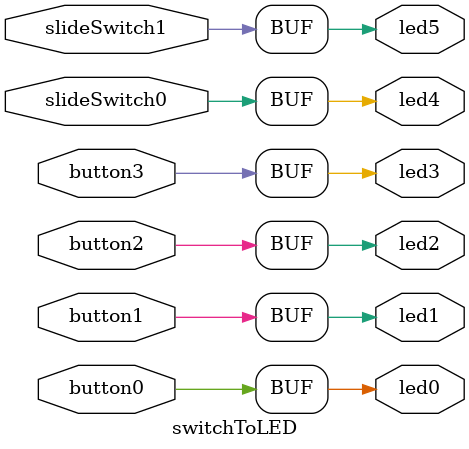
<source format=v>
`timescale 1ns / 1ps

module switchToLED(
    input slideSwitch0,
    output led4,
    
    input slideSwitch1,
    output led5,
    
    input button0, button1, button2, button3,
    output led0, led1, led2, led3
    );
    
    assign led4 = slideSwitch0;
    assign led5 = slideSwitch1;
    assign led0 = button0, led1 = button1, led2 = button2, led3 = button3;
    
endmodule

</source>
